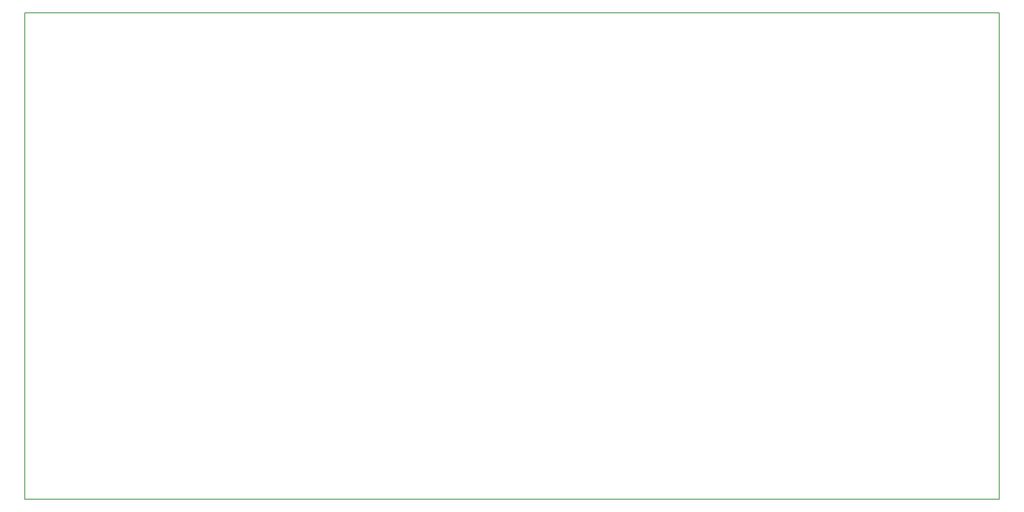
<source format=gm1>
G04 MADE WITH FRITZING*
G04 WWW.FRITZING.ORG*
G04 DOUBLE SIDED*
G04 HOLES PLATED*
G04 CONTOUR ON CENTER OF CONTOUR VECTOR*
%ASAXBY*%
%FSLAX23Y23*%
%MOIN*%
%OFA0B0*%
%SFA1.0B1.0*%
%ADD10R,7.874020X3.937010*%
%ADD11C,0.008000*%
%ADD10C,0.008*%
%LNCONTOUR*%
G90*
G70*
G54D10*
G54D11*
X4Y3933D02*
X7870Y3933D01*
X7870Y4D01*
X4Y4D01*
X4Y3933D01*
D02*
G04 End of contour*
M02*
</source>
